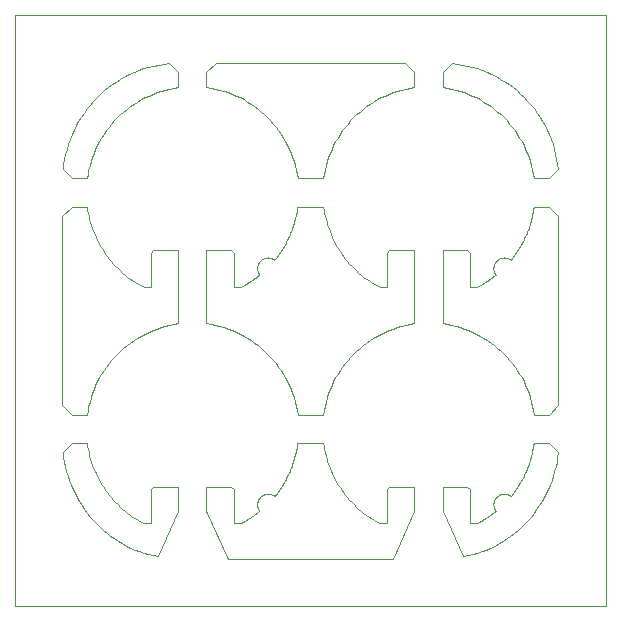
<source format=gko>
G04 #@! TF.FileFunction,Profile,NP*
%FSLAX46Y46*%
G04 Gerber Fmt 4.6, Leading zero omitted, Abs format (unit mm)*
G04 Created by KiCad (PCBNEW 4.0.7+dfsg1-1) date Fri Jun  1 01:11:19 2018*
%MOMM*%
%LPD*%
G01*
G04 APERTURE LIST*
%ADD10C,0.100000*%
%ADD11C,0.050000*%
G04 APERTURE END LIST*
D10*
D11*
X-15000118Y15000118D02*
X-15000118Y-34999930D01*
X-15000118Y-34999930D02*
X34999930Y-34999930D01*
X34999930Y-34999930D02*
X34999930Y15000118D01*
X34999930Y15000118D02*
X-15000118Y15000118D01*
X1999878Y10999845D02*
X17999935Y10999845D01*
X17999935Y10999845D02*
X18799886Y10199894D01*
X18799886Y10199894D02*
X18799886Y8916768D01*
X18799886Y8916768D02*
X18426485Y8858958D01*
X18426485Y8858958D02*
X18058319Y8786023D01*
X18058319Y8786023D02*
X17695717Y8698293D01*
X17695717Y8698293D02*
X17339011Y8596098D01*
X17339011Y8596098D02*
X16988528Y8479767D01*
X16988528Y8479767D02*
X16644599Y8349631D01*
X16644599Y8349631D02*
X16307555Y8206018D01*
X16307555Y8206018D02*
X15977723Y8049258D01*
X15977723Y8049258D02*
X15655435Y7879681D01*
X15655435Y7879681D02*
X15341019Y7697616D01*
X15341019Y7697616D02*
X15034806Y7503394D01*
X15034806Y7503394D02*
X14737125Y7297342D01*
X14737125Y7297342D02*
X14448307Y7079793D01*
X14448307Y7079793D02*
X14168680Y6851073D01*
X14168680Y6851073D02*
X13898574Y6611515D01*
X13898574Y6611515D02*
X13638319Y6361446D01*
X13638319Y6361446D02*
X13388246Y6101196D01*
X13388246Y6101196D02*
X13148682Y5831096D01*
X13148682Y5831096D02*
X12919959Y5551475D01*
X12919959Y5551475D02*
X12702406Y5262662D01*
X12702406Y5262662D02*
X12496353Y4964987D01*
X12496353Y4964987D02*
X12302129Y4658779D01*
X12302129Y4658779D02*
X12120064Y4344368D01*
X12120064Y4344368D02*
X11950488Y4022085D01*
X11950488Y4022085D02*
X11793731Y3692257D01*
X11793731Y3692257D02*
X11650122Y3355215D01*
X11650122Y3355215D02*
X11519991Y3011289D01*
X11519991Y3011289D02*
X11403667Y2660808D01*
X11403667Y2660808D02*
X11301481Y2304102D01*
X11301481Y2304102D02*
X11213762Y1941500D01*
X11213762Y1941500D02*
X11140840Y1573331D01*
X11140840Y1573331D02*
X11083044Y1199927D01*
X11083044Y1199927D02*
X8916768Y1199927D01*
X8916768Y1199927D02*
X8858972Y1573344D01*
X8858972Y1573344D02*
X8786051Y1941523D01*
X8786051Y1941523D02*
X8698334Y2304136D01*
X8698334Y2304136D02*
X8596150Y2660853D01*
X8596150Y2660853D02*
X8479830Y3011343D01*
X8479830Y3011343D02*
X8349703Y3355278D01*
X8349703Y3355278D02*
X8206098Y3692328D01*
X8206098Y3692328D02*
X8049346Y4022163D01*
X8049346Y4022163D02*
X7879775Y4344454D01*
X7879775Y4344454D02*
X7697716Y4658870D01*
X7697716Y4658870D02*
X7503497Y4965083D01*
X7503497Y4965083D02*
X7297449Y5262763D01*
X7297449Y5262763D02*
X7079902Y5551580D01*
X7079902Y5551580D02*
X6851184Y5831204D01*
X6851184Y5831204D02*
X6611626Y6101306D01*
X6611626Y6101306D02*
X6361557Y6361557D01*
X6361557Y6361557D02*
X6101306Y6611626D01*
X6101306Y6611626D02*
X5831204Y6851184D01*
X5831204Y6851184D02*
X5551580Y7079902D01*
X5551580Y7079902D02*
X5262763Y7297449D01*
X5262763Y7297449D02*
X4965084Y7503497D01*
X4965084Y7503497D02*
X4658871Y7697715D01*
X4658871Y7697715D02*
X4344454Y7879775D01*
X4344454Y7879775D02*
X4022163Y8049346D01*
X4022163Y8049346D02*
X3692328Y8206098D01*
X3692328Y8206098D02*
X3355279Y8349703D01*
X3355279Y8349703D02*
X3011344Y8479830D01*
X3011344Y8479830D02*
X2660853Y8596150D01*
X2660853Y8596150D02*
X2304136Y8698334D01*
X2304136Y8698334D02*
X1941523Y8786051D01*
X1941523Y8786051D02*
X1573344Y8858972D01*
X1573344Y8858972D02*
X1199927Y8916768D01*
X1199927Y8916768D02*
X1199927Y10199894D01*
X1199927Y10199894D02*
X1999878Y10999845D01*
X-1976107Y10951785D02*
X-1199927Y10194725D01*
X-1199927Y10194725D02*
X-1199927Y8916767D01*
X-1199927Y8916767D02*
X-1573344Y8858971D01*
X-1573344Y8858971D02*
X-1941523Y8786050D01*
X-1941523Y8786050D02*
X-2304136Y8698333D01*
X-2304136Y8698333D02*
X-2660853Y8596149D01*
X-2660853Y8596149D02*
X-3011344Y8479829D01*
X-3011344Y8479829D02*
X-3355279Y8349702D01*
X-3355279Y8349702D02*
X-3692328Y8206097D01*
X-3692328Y8206097D02*
X-4022163Y8049345D01*
X-4022163Y8049345D02*
X-4344454Y7879774D01*
X-4344454Y7879774D02*
X-4658871Y7697715D01*
X-4658871Y7697715D02*
X-4965084Y7503496D01*
X-4965084Y7503496D02*
X-5262763Y7297448D01*
X-5262763Y7297448D02*
X-5551580Y7079901D01*
X-5551580Y7079901D02*
X-5831204Y6851183D01*
X-5831204Y6851183D02*
X-6101306Y6611625D01*
X-6101306Y6611625D02*
X-6361557Y6361556D01*
X-6361557Y6361556D02*
X-6611626Y6101305D01*
X-6611626Y6101305D02*
X-6851184Y5831203D01*
X-6851184Y5831203D02*
X-7079902Y5551579D01*
X-7079902Y5551579D02*
X-7297449Y5262762D01*
X-7297449Y5262762D02*
X-7503497Y4965083D01*
X-7503497Y4965083D02*
X-7697716Y4658870D01*
X-7697716Y4658870D02*
X-7879775Y4344453D01*
X-7879775Y4344453D02*
X-8049346Y4022162D01*
X-8049346Y4022162D02*
X-8206098Y3692327D01*
X-8206098Y3692327D02*
X-8349703Y3355278D01*
X-8349703Y3355278D02*
X-8479830Y3011343D01*
X-8479830Y3011343D02*
X-8596150Y2660852D01*
X-8596150Y2660852D02*
X-8698334Y2304135D01*
X-8698334Y2304135D02*
X-8786051Y1941522D01*
X-8786051Y1941522D02*
X-8858972Y1573343D01*
X-8858972Y1573343D02*
X-8916768Y1199926D01*
X-8916768Y1199926D02*
X-10199894Y1199926D01*
X-10199894Y1199926D02*
X-10954887Y1954918D01*
X-10954887Y1954918D02*
X-10903269Y2398859D01*
X-10903269Y2398859D02*
X-10832629Y2836543D01*
X-10832629Y2836543D02*
X-10743390Y3267547D01*
X-10743390Y3267547D02*
X-10635977Y3691446D01*
X-10635977Y3691446D02*
X-10510818Y4107814D01*
X-10510818Y4107814D02*
X-10368335Y4516228D01*
X-10368335Y4516228D02*
X-10208954Y4916263D01*
X-10208954Y4916263D02*
X-10033101Y5307494D01*
X-10033101Y5307494D02*
X-9841200Y5689497D01*
X-9841200Y5689497D02*
X-9633677Y6061846D01*
X-9633677Y6061846D02*
X-9410957Y6424118D01*
X-9410957Y6424118D02*
X-9173464Y6775887D01*
X-9173464Y6775887D02*
X-8921624Y7116729D01*
X-8921624Y7116729D02*
X-8655863Y7446219D01*
X-8655863Y7446219D02*
X-8376604Y7763933D01*
X-8376604Y7763933D02*
X-8084273Y8069445D01*
X-8084273Y8069445D02*
X-7779296Y8362332D01*
X-7779296Y8362332D02*
X-7462098Y8642169D01*
X-7462098Y8642169D02*
X-7133102Y8908530D01*
X-7133102Y8908530D02*
X-6792736Y9160992D01*
X-6792736Y9160992D02*
X-6441423Y9399130D01*
X-6441423Y9399130D02*
X-6079589Y9622518D01*
X-6079589Y9622518D02*
X-5707659Y9830733D01*
X-5707659Y9830733D02*
X-5326058Y10023350D01*
X-5326058Y10023350D02*
X-4935211Y10199943D01*
X-4935211Y10199943D02*
X-4535543Y10360089D01*
X-4535543Y10360089D02*
X-4127480Y10503363D01*
X-4127480Y10503363D02*
X-3711446Y10629340D01*
X-3711446Y10629340D02*
X-3287866Y10737595D01*
X-3287866Y10737595D02*
X-2857167Y10827704D01*
X-2857167Y10827704D02*
X-2419772Y10899242D01*
X-2419772Y10899242D02*
X-1976107Y10951785D01*
X-1976107Y10951785D02*
X-1976107Y10951785D01*
X21976436Y10951785D02*
X22420070Y10899223D01*
X22420070Y10899223D02*
X22857436Y10827666D01*
X22857436Y10827666D02*
X23288110Y10737538D01*
X23288110Y10737538D02*
X23711666Y10629264D01*
X23711666Y10629264D02*
X24127678Y10503270D01*
X24127678Y10503270D02*
X24535723Y10359979D01*
X24535723Y10359979D02*
X24935374Y10199817D01*
X24935374Y10199817D02*
X25326207Y10023208D01*
X25326207Y10023208D02*
X25707796Y9830577D01*
X25707796Y9830577D02*
X26079716Y9622349D01*
X26079716Y9622349D02*
X26441543Y9398948D01*
X26441543Y9398948D02*
X26792850Y9160799D01*
X26792850Y9160799D02*
X27133212Y8908328D01*
X27133212Y8908328D02*
X27462206Y8641958D01*
X27462206Y8641958D02*
X27779404Y8362115D01*
X27779404Y8362115D02*
X28084383Y8069223D01*
X28084383Y8069223D02*
X28376717Y7763707D01*
X28376717Y7763707D02*
X28655981Y7445992D01*
X28655981Y7445992D02*
X28921749Y7116502D01*
X28921749Y7116502D02*
X29173597Y6775662D01*
X29173597Y6775662D02*
X29411099Y6423898D01*
X29411099Y6423898D02*
X29633831Y6061633D01*
X29633831Y6061633D02*
X29841366Y5689293D01*
X29841366Y5689293D02*
X30033281Y5307302D01*
X30033281Y5307302D02*
X30209149Y4916085D01*
X30209149Y4916085D02*
X30368545Y4516067D01*
X30368545Y4516067D02*
X30511045Y4107672D01*
X30511045Y4107672D02*
X30636224Y3691326D01*
X30636224Y3691326D02*
X30743655Y3267453D01*
X30743655Y3267453D02*
X30832914Y2836477D01*
X30832914Y2836477D02*
X30903576Y2398824D01*
X30903576Y2398824D02*
X30955215Y1954918D01*
X30955215Y1954918D02*
X30200224Y1199926D01*
X30200224Y1199926D02*
X28917098Y1199926D01*
X28917098Y1199926D02*
X28859304Y1573328D01*
X28859304Y1573328D02*
X28786383Y1941491D01*
X28786383Y1941491D02*
X28698665Y2304086D01*
X28698665Y2304086D02*
X28596480Y2660782D01*
X28596480Y2660782D02*
X28480157Y3011250D01*
X28480157Y3011250D02*
X28350026Y3355162D01*
X28350026Y3355162D02*
X28206416Y3692187D01*
X28206416Y3692187D02*
X28049659Y4021996D01*
X28049659Y4021996D02*
X27880082Y4344260D01*
X27880082Y4344260D02*
X27698017Y4658649D01*
X27698017Y4658649D02*
X27503792Y4964834D01*
X27503792Y4964834D02*
X27297738Y5262486D01*
X27297738Y5262486D02*
X27080184Y5551276D01*
X27080184Y5551276D02*
X26851460Y5830873D01*
X26851460Y5830873D02*
X26611896Y6100948D01*
X26611896Y6100948D02*
X26361821Y6361173D01*
X26361821Y6361173D02*
X26101566Y6611217D01*
X26101566Y6611217D02*
X25831459Y6850752D01*
X25831459Y6850752D02*
X25551831Y7079447D01*
X25551831Y7079447D02*
X25263012Y7296974D01*
X25263012Y7296974D02*
X24965330Y7503003D01*
X24965330Y7503003D02*
X24659117Y7697204D01*
X24659117Y7697204D02*
X24344701Y7879249D01*
X24344701Y7879249D02*
X24022412Y8048808D01*
X24022412Y8048808D02*
X23692580Y8205551D01*
X23692580Y8205551D02*
X23355536Y8349149D01*
X23355536Y8349149D02*
X23011608Y8479273D01*
X23011608Y8479273D02*
X22661126Y8595594D01*
X22661126Y8595594D02*
X22304420Y8697781D01*
X22304420Y8697781D02*
X21941820Y8785506D01*
X21941820Y8785506D02*
X21573655Y8858439D01*
X21573655Y8858439D02*
X21200256Y8916251D01*
X21200256Y8916251D02*
X21200256Y10195242D01*
X21200256Y10195242D02*
X21976436Y10951785D01*
X-10199894Y-1199928D02*
X-8909534Y-1199928D01*
X-8909534Y-1199928D02*
X-8869007Y-1469758D01*
X-8869007Y-1469758D02*
X-8820509Y-1737472D01*
X-8820509Y-1737472D02*
X-8764132Y-2002910D01*
X-8764132Y-2002910D02*
X-8699969Y-2265914D01*
X-8699969Y-2265914D02*
X-8628112Y-2526326D01*
X-8628112Y-2526326D02*
X-8548654Y-2783989D01*
X-8548654Y-2783989D02*
X-8461687Y-3038744D01*
X-8461687Y-3038744D02*
X-8367304Y-3290433D01*
X-8367304Y-3290433D02*
X-8265598Y-3538897D01*
X-8265598Y-3538897D02*
X-8156661Y-3783979D01*
X-8156661Y-3783979D02*
X-8040586Y-4025521D01*
X-8040586Y-4025521D02*
X-7917465Y-4263364D01*
X-7917465Y-4263364D02*
X-7787391Y-4497351D01*
X-7787391Y-4497351D02*
X-7650457Y-4727322D01*
X-7650457Y-4727322D02*
X-7506756Y-4953121D01*
X-7506756Y-4953121D02*
X-7356379Y-5174589D01*
X-7356379Y-5174589D02*
X-7199420Y-5391568D01*
X-7199420Y-5391568D02*
X-7035970Y-5603899D01*
X-7035970Y-5603899D02*
X-6866124Y-5811425D01*
X-6866124Y-5811425D02*
X-6689972Y-6013988D01*
X-6689972Y-6013988D02*
X-6507609Y-6211428D01*
X-6507609Y-6211428D02*
X-6319126Y-6403590D01*
X-6319126Y-6403590D02*
X-6124616Y-6590313D01*
X-6124616Y-6590313D02*
X-5924171Y-6771440D01*
X-5924171Y-6771440D02*
X-5717886Y-6946813D01*
X-5717886Y-6946813D02*
X-5505850Y-7116274D01*
X-5505850Y-7116274D02*
X-5288159Y-7279665D01*
X-5288159Y-7279665D02*
X-5064903Y-7436827D01*
X-5064903Y-7436827D02*
X-4836177Y-7587603D01*
X-4836177Y-7587603D02*
X-4602071Y-7731834D01*
X-4602071Y-7731834D02*
X-4362680Y-7869362D01*
X-4362680Y-7869362D02*
X-4118095Y-8000029D01*
X-4118095Y-8000029D02*
X-3500045Y-8000029D01*
X-3500045Y-8000029D02*
X-3500045Y-5099947D01*
X-3500045Y-5099947D02*
X-3300057Y-4899959D01*
X-3300057Y-4899959D02*
X-1199927Y-4899959D01*
X-1199927Y-4899959D02*
X-1199927Y-11083044D01*
X-1199927Y-11083044D02*
X-1573331Y-11140840D01*
X-1573331Y-11140840D02*
X-1941500Y-11213762D01*
X-1941500Y-11213762D02*
X-2304102Y-11301481D01*
X-2304102Y-11301481D02*
X-2660808Y-11403667D01*
X-2660808Y-11403667D02*
X-3011289Y-11519991D01*
X-3011289Y-11519991D02*
X-3355215Y-11650122D01*
X-3355215Y-11650122D02*
X-3692257Y-11793731D01*
X-3692257Y-11793731D02*
X-4022085Y-11950488D01*
X-4022085Y-11950488D02*
X-4344368Y-12120064D01*
X-4344368Y-12120064D02*
X-4658779Y-12302129D01*
X-4658779Y-12302129D02*
X-4964987Y-12496353D01*
X-4964987Y-12496353D02*
X-5262662Y-12702406D01*
X-5262662Y-12702406D02*
X-5551475Y-12919959D01*
X-5551475Y-12919959D02*
X-5831096Y-13148682D01*
X-5831096Y-13148682D02*
X-6101196Y-13388246D01*
X-6101196Y-13388246D02*
X-6361446Y-13638319D01*
X-6361446Y-13638319D02*
X-6611515Y-13898574D01*
X-6611515Y-13898574D02*
X-6851073Y-14168680D01*
X-6851073Y-14168680D02*
X-7079793Y-14448307D01*
X-7079793Y-14448307D02*
X-7297342Y-14737125D01*
X-7297342Y-14737125D02*
X-7503394Y-15034806D01*
X-7503394Y-15034806D02*
X-7697616Y-15341019D01*
X-7697616Y-15341019D02*
X-7879681Y-15655435D01*
X-7879681Y-15655435D02*
X-8049258Y-15977723D01*
X-8049258Y-15977723D02*
X-8206018Y-16307555D01*
X-8206018Y-16307555D02*
X-8349631Y-16644599D01*
X-8349631Y-16644599D02*
X-8479767Y-16988528D01*
X-8479767Y-16988528D02*
X-8596098Y-17339011D01*
X-8596098Y-17339011D02*
X-8698293Y-17695717D01*
X-8698293Y-17695717D02*
X-8786023Y-18058319D01*
X-8786023Y-18058319D02*
X-8858958Y-18426485D01*
X-8858958Y-18426485D02*
X-8916768Y-18799886D01*
X-8916768Y-18799886D02*
X-10199894Y-18799886D01*
X-10199894Y-18799886D02*
X-10999845Y-17999935D01*
X-10999845Y-17999935D02*
X-10999845Y-1999878D01*
X-10999845Y-1999878D02*
X-10199894Y-1199928D01*
X8908500Y-1199928D02*
X11090279Y-1199928D01*
X11090279Y-1199928D02*
X11130805Y-1469758D01*
X11130805Y-1469758D02*
X11179304Y-1737472D01*
X11179304Y-1737472D02*
X11235681Y-2002910D01*
X11235681Y-2002910D02*
X11299844Y-2265914D01*
X11299844Y-2265914D02*
X11371701Y-2526326D01*
X11371701Y-2526326D02*
X11451159Y-2783989D01*
X11451159Y-2783989D02*
X11538126Y-3038744D01*
X11538126Y-3038744D02*
X11632509Y-3290433D01*
X11632509Y-3290433D02*
X11734215Y-3538897D01*
X11734215Y-3538897D02*
X11843152Y-3783979D01*
X11843152Y-3783979D02*
X11959227Y-4025521D01*
X11959227Y-4025521D02*
X12082348Y-4263364D01*
X12082348Y-4263364D02*
X12212421Y-4497351D01*
X12212421Y-4497351D02*
X12349355Y-4727322D01*
X12349355Y-4727322D02*
X12493057Y-4953121D01*
X12493057Y-4953121D02*
X12643434Y-5174589D01*
X12643434Y-5174589D02*
X12800393Y-5391568D01*
X12800393Y-5391568D02*
X12963842Y-5603899D01*
X12963842Y-5603899D02*
X13133689Y-5811425D01*
X13133689Y-5811425D02*
X13309840Y-6013988D01*
X13309840Y-6013988D02*
X13492204Y-6211428D01*
X13492204Y-6211428D02*
X13680687Y-6403590D01*
X13680687Y-6403590D02*
X13875197Y-6590313D01*
X13875197Y-6590313D02*
X14075641Y-6771440D01*
X14075641Y-6771440D02*
X14281927Y-6946813D01*
X14281927Y-6946813D02*
X14493962Y-7116274D01*
X14493962Y-7116274D02*
X14711654Y-7279665D01*
X14711654Y-7279665D02*
X14934909Y-7436827D01*
X14934909Y-7436827D02*
X15163636Y-7587603D01*
X15163636Y-7587603D02*
X15397741Y-7731834D01*
X15397741Y-7731834D02*
X15637133Y-7869362D01*
X15637133Y-7869362D02*
X15881718Y-8000029D01*
X15881718Y-8000029D02*
X16499768Y-8000029D01*
X16499768Y-8000029D02*
X16499768Y-5099947D01*
X16499768Y-5099947D02*
X16699756Y-4899959D01*
X16699756Y-4899959D02*
X18799886Y-4899959D01*
X18799886Y-4899959D02*
X18799886Y-11083044D01*
X18799886Y-11083044D02*
X18426497Y-11140854D01*
X18426497Y-11140854D02*
X18058342Y-11213790D01*
X18058342Y-11213790D02*
X17695752Y-11301522D01*
X17695752Y-11301522D02*
X17339056Y-11403720D01*
X17339056Y-11403720D02*
X16988583Y-11520054D01*
X16988583Y-11520054D02*
X16644663Y-11650194D01*
X16644663Y-11650194D02*
X16307627Y-11793812D01*
X16307627Y-11793812D02*
X15977803Y-11950576D01*
X15977803Y-11950576D02*
X15655521Y-12120159D01*
X15655521Y-12120159D02*
X15341112Y-12302229D01*
X15341112Y-12302229D02*
X15034904Y-12496457D01*
X15034904Y-12496457D02*
X14737228Y-12702514D01*
X14737228Y-12702514D02*
X14448413Y-12920069D01*
X14448413Y-12920069D02*
X14168788Y-13148793D01*
X14168788Y-13148793D02*
X13898685Y-13388357D01*
X13898685Y-13388357D02*
X13638431Y-13638431D01*
X13638431Y-13638431D02*
X13388358Y-13898684D01*
X13388358Y-13898684D02*
X13148794Y-14168788D01*
X13148794Y-14168788D02*
X12920069Y-14448412D01*
X12920069Y-14448412D02*
X12702514Y-14737227D01*
X12702514Y-14737227D02*
X12496457Y-15034903D01*
X12496457Y-15034903D02*
X12302229Y-15341111D01*
X12302229Y-15341111D02*
X12120159Y-15655521D01*
X12120159Y-15655521D02*
X11950576Y-15977802D01*
X11950576Y-15977802D02*
X11793812Y-16307626D01*
X11793812Y-16307626D02*
X11650194Y-16644663D01*
X11650194Y-16644663D02*
X11520054Y-16988583D01*
X11520054Y-16988583D02*
X11403720Y-17339055D01*
X11403720Y-17339055D02*
X11301522Y-17695752D01*
X11301522Y-17695752D02*
X11213790Y-18058342D01*
X11213790Y-18058342D02*
X11140854Y-18426497D01*
X11140854Y-18426497D02*
X11083044Y-18799886D01*
X11083044Y-18799886D02*
X8916768Y-18799886D01*
X8916768Y-18799886D02*
X8858958Y-18426485D01*
X8858958Y-18426485D02*
X8786023Y-18058319D01*
X8786023Y-18058319D02*
X8698293Y-17695717D01*
X8698293Y-17695717D02*
X8596098Y-17339011D01*
X8596098Y-17339011D02*
X8479767Y-16988528D01*
X8479767Y-16988528D02*
X8349631Y-16644599D01*
X8349631Y-16644599D02*
X8206018Y-16307555D01*
X8206018Y-16307555D02*
X8049258Y-15977723D01*
X8049258Y-15977723D02*
X7879681Y-15655435D01*
X7879681Y-15655435D02*
X7697616Y-15341019D01*
X7697616Y-15341019D02*
X7503394Y-15034806D01*
X7503394Y-15034806D02*
X7297342Y-14737125D01*
X7297342Y-14737125D02*
X7079793Y-14448307D01*
X7079793Y-14448307D02*
X6851073Y-14168680D01*
X6851073Y-14168680D02*
X6611515Y-13898574D01*
X6611515Y-13898574D02*
X6361446Y-13638319D01*
X6361446Y-13638319D02*
X6101196Y-13388246D01*
X6101196Y-13388246D02*
X5831096Y-13148682D01*
X5831096Y-13148682D02*
X5551475Y-12919959D01*
X5551475Y-12919959D02*
X5262662Y-12702406D01*
X5262662Y-12702406D02*
X4964987Y-12496353D01*
X4964987Y-12496353D02*
X4658779Y-12302129D01*
X4658779Y-12302129D02*
X4344368Y-12120064D01*
X4344368Y-12120064D02*
X4022085Y-11950488D01*
X4022085Y-11950488D02*
X3692257Y-11793731D01*
X3692257Y-11793731D02*
X3355215Y-11650122D01*
X3355215Y-11650122D02*
X3011289Y-11519991D01*
X3011289Y-11519991D02*
X2660808Y-11403667D01*
X2660808Y-11403667D02*
X2304102Y-11301481D01*
X2304102Y-11301481D02*
X1941500Y-11213762D01*
X1941500Y-11213762D02*
X1573331Y-11140840D01*
X1573331Y-11140840D02*
X1199927Y-11083044D01*
X1199927Y-11083044D02*
X1199927Y-4899959D01*
X1199927Y-4899959D02*
X3300057Y-4899959D01*
X3300057Y-4899959D02*
X3500045Y-5099947D01*
X3500045Y-5099947D02*
X3500045Y-8000028D01*
X3500045Y-8000028D02*
X4082955Y-8000028D01*
X4082955Y-8000028D02*
X4136355Y-7972424D01*
X4136355Y-7972424D02*
X4189561Y-7944469D01*
X4189561Y-7944469D02*
X4242571Y-7916164D01*
X4242571Y-7916164D02*
X4295383Y-7887509D01*
X4295383Y-7887509D02*
X4347995Y-7858506D01*
X4347995Y-7858506D02*
X4400407Y-7829157D01*
X4400407Y-7829157D02*
X4452615Y-7799461D01*
X4452615Y-7799461D02*
X4504619Y-7769421D01*
X4504619Y-7769421D02*
X4556416Y-7739037D01*
X4556416Y-7739037D02*
X4608006Y-7708311D01*
X4608006Y-7708311D02*
X4659386Y-7677243D01*
X4659386Y-7677243D02*
X4710555Y-7645835D01*
X4710555Y-7645835D02*
X4761511Y-7614087D01*
X4761511Y-7614087D02*
X4812253Y-7582002D01*
X4812253Y-7582002D02*
X4862778Y-7549579D01*
X4862778Y-7549579D02*
X4913085Y-7516821D01*
X4913085Y-7516821D02*
X4963173Y-7483728D01*
X4963173Y-7483728D02*
X5013039Y-7450301D01*
X5013039Y-7450301D02*
X5062683Y-7416541D01*
X5062683Y-7416541D02*
X5112101Y-7382450D01*
X5112101Y-7382450D02*
X5161294Y-7348028D01*
X5161294Y-7348028D02*
X5210258Y-7313277D01*
X5210258Y-7313277D02*
X5258993Y-7278198D01*
X5258993Y-7278198D02*
X5307496Y-7242792D01*
X5307496Y-7242792D02*
X5355766Y-7207059D01*
X5355766Y-7207059D02*
X5403802Y-7171002D01*
X5403802Y-7171002D02*
X5451601Y-7134621D01*
X5451601Y-7134621D02*
X5499162Y-7097917D01*
X5499162Y-7097917D02*
X5546483Y-7060892D01*
X5546483Y-7060892D02*
X5593563Y-7023546D01*
X5593563Y-7023546D02*
X5640399Y-6985880D01*
X5640399Y-6985880D02*
X5686991Y-6947896D01*
X5686991Y-6947896D02*
X5663536Y-6916029D01*
X5663536Y-6916029D02*
X5641571Y-6883268D01*
X5641571Y-6883268D02*
X5621115Y-6849665D01*
X5621115Y-6849665D02*
X5602185Y-6815273D01*
X5602185Y-6815273D02*
X5584801Y-6780146D01*
X5584801Y-6780146D02*
X5568980Y-6744337D01*
X5568980Y-6744337D02*
X5554740Y-6707899D01*
X5554740Y-6707899D02*
X5542099Y-6670885D01*
X5542099Y-6670885D02*
X5531076Y-6633348D01*
X5531076Y-6633348D02*
X5521689Y-6595342D01*
X5521689Y-6595342D02*
X5513955Y-6556919D01*
X5513955Y-6556919D02*
X5507894Y-6518133D01*
X5507894Y-6518133D02*
X5503522Y-6479037D01*
X5503522Y-6479037D02*
X5500859Y-6439683D01*
X5500859Y-6439683D02*
X5499922Y-6400126D01*
X5499922Y-6400126D02*
X5501084Y-6353797D01*
X5501084Y-6353797D02*
X5504551Y-6308077D01*
X5504551Y-6308077D02*
X5510268Y-6263020D01*
X5510268Y-6263020D02*
X5518177Y-6218686D01*
X5518177Y-6218686D02*
X5528223Y-6175129D01*
X5528223Y-6175129D02*
X5540348Y-6132406D01*
X5540348Y-6132406D02*
X5554496Y-6090575D01*
X5554496Y-6090575D02*
X5570611Y-6049691D01*
X5570611Y-6049691D02*
X5588635Y-6009811D01*
X5588635Y-6009811D02*
X5608513Y-5970992D01*
X5608513Y-5970992D02*
X5630187Y-5933291D01*
X5630187Y-5933291D02*
X5653602Y-5896764D01*
X5653602Y-5896764D02*
X5678699Y-5861467D01*
X5678699Y-5861467D02*
X5705424Y-5827457D01*
X5705424Y-5827457D02*
X5733718Y-5794792D01*
X5733718Y-5794792D02*
X5763526Y-5763526D01*
X5763526Y-5763526D02*
X5794792Y-5733718D01*
X5794792Y-5733718D02*
X5827457Y-5705424D01*
X5827457Y-5705424D02*
X5861467Y-5678699D01*
X5861467Y-5678699D02*
X5896764Y-5653602D01*
X5896764Y-5653602D02*
X5933291Y-5630187D01*
X5933291Y-5630187D02*
X5970992Y-5608513D01*
X5970992Y-5608513D02*
X6009811Y-5588635D01*
X6009811Y-5588635D02*
X6049691Y-5570611D01*
X6049691Y-5570611D02*
X6090575Y-5554496D01*
X6090575Y-5554496D02*
X6132406Y-5540348D01*
X6132406Y-5540348D02*
X6175129Y-5528223D01*
X6175129Y-5528223D02*
X6218686Y-5518177D01*
X6218686Y-5518177D02*
X6263020Y-5510268D01*
X6263020Y-5510268D02*
X6308077Y-5504551D01*
X6308077Y-5504551D02*
X6353797Y-5501084D01*
X6353797Y-5501084D02*
X6400126Y-5499922D01*
X6400126Y-5499922D02*
X6439907Y-5500875D01*
X6439907Y-5500875D02*
X6479481Y-5503574D01*
X6479481Y-5503574D02*
X6518793Y-5507999D01*
X6518793Y-5507999D02*
X6557789Y-5514132D01*
X6557789Y-5514132D02*
X6596416Y-5521955D01*
X6596416Y-5521955D02*
X6634619Y-5531450D01*
X6634619Y-5531450D02*
X6672345Y-5542597D01*
X6672345Y-5542597D02*
X6709539Y-5555379D01*
X6709539Y-5555379D02*
X6746148Y-5569776D01*
X6746148Y-5569776D02*
X6782117Y-5585771D01*
X6782117Y-5585771D02*
X6817393Y-5603345D01*
X6817393Y-5603345D02*
X6851921Y-5622479D01*
X6851921Y-5622479D02*
X6885647Y-5643155D01*
X6885647Y-5643155D02*
X6918518Y-5665354D01*
X6918518Y-5665354D02*
X6950480Y-5689058D01*
X6950480Y-5689058D02*
X7048922Y-5567218D01*
X7048922Y-5567218D02*
X7145052Y-5443856D01*
X7145052Y-5443856D02*
X7238862Y-5319007D01*
X7238862Y-5319007D02*
X7330343Y-5192703D01*
X7330343Y-5192703D02*
X7419484Y-5064978D01*
X7419484Y-5064978D02*
X7506277Y-4935865D01*
X7506277Y-4935865D02*
X7590713Y-4805396D01*
X7590713Y-4805396D02*
X7672782Y-4673605D01*
X7672782Y-4673605D02*
X7752476Y-4540524D01*
X7752476Y-4540524D02*
X7829784Y-4406188D01*
X7829784Y-4406188D02*
X7904698Y-4270628D01*
X7904698Y-4270628D02*
X7977209Y-4133879D01*
X7977209Y-4133879D02*
X8047307Y-3995973D01*
X8047307Y-3995973D02*
X8114983Y-3856942D01*
X8114983Y-3856942D02*
X8180228Y-3716821D01*
X8180228Y-3716821D02*
X8243033Y-3575643D01*
X8243033Y-3575643D02*
X8303388Y-3433440D01*
X8303388Y-3433440D02*
X8361284Y-3290245D01*
X8361284Y-3290245D02*
X8416713Y-3146092D01*
X8416713Y-3146092D02*
X8469664Y-3001013D01*
X8469664Y-3001013D02*
X8520129Y-2855042D01*
X8520129Y-2855042D02*
X8568098Y-2708212D01*
X8568098Y-2708212D02*
X8613562Y-2560556D01*
X8613562Y-2560556D02*
X8656512Y-2412106D01*
X8656512Y-2412106D02*
X8696939Y-2262897D01*
X8696939Y-2262897D02*
X8734833Y-2112960D01*
X8734833Y-2112960D02*
X8770186Y-1962330D01*
X8770186Y-1962330D02*
X8802988Y-1811039D01*
X8802988Y-1811039D02*
X8833229Y-1659120D01*
X8833229Y-1659120D02*
X8860901Y-1506606D01*
X8860901Y-1506606D02*
X8885994Y-1353531D01*
X8885994Y-1353531D02*
X8908500Y-1199928D01*
X8908500Y-1199928D02*
X8908500Y-1199928D01*
X28908314Y-1199928D02*
X30200224Y-1199928D01*
X30200224Y-1199928D02*
X31000176Y-1999879D01*
X31000176Y-1999879D02*
X31000176Y-17999935D01*
X31000176Y-17999935D02*
X30200224Y-18799886D01*
X30200224Y-18799886D02*
X28916582Y-18799886D01*
X28916582Y-18799886D02*
X28858774Y-18426502D01*
X28858774Y-18426502D02*
X28785844Y-18058354D01*
X28785844Y-18058354D02*
X28698120Y-17695773D01*
X28698120Y-17695773D02*
X28595931Y-17339089D01*
X28595931Y-17339089D02*
X28479609Y-16988630D01*
X28479609Y-16988630D02*
X28349481Y-16644726D01*
X28349481Y-16644726D02*
X28205878Y-16307707D01*
X28205878Y-16307707D02*
X28049130Y-15977902D01*
X28049130Y-15977902D02*
X27879565Y-15655640D01*
X27879565Y-15655640D02*
X27697513Y-15341252D01*
X27697513Y-15341252D02*
X27503304Y-15035067D01*
X27503304Y-15035067D02*
X27297268Y-14737413D01*
X27297268Y-14737413D02*
X27079734Y-14448622D01*
X27079734Y-14448622D02*
X26851031Y-14169021D01*
X26851031Y-14169021D02*
X26611489Y-13898942D01*
X26611489Y-13898942D02*
X26361438Y-13638712D01*
X26361438Y-13638712D02*
X26101207Y-13388663D01*
X26101207Y-13388663D02*
X25831126Y-13149123D01*
X25831126Y-13149123D02*
X25551524Y-12920421D01*
X25551524Y-12920421D02*
X25262730Y-12702888D01*
X25262730Y-12702888D02*
X24965076Y-12496853D01*
X24965076Y-12496853D02*
X24658889Y-12302645D01*
X24658889Y-12302645D02*
X24344499Y-12120594D01*
X24344499Y-12120594D02*
X24022237Y-11951029D01*
X24022237Y-11951029D02*
X23692431Y-11794280D01*
X23692431Y-11794280D02*
X23355411Y-11650676D01*
X23355411Y-11650676D02*
X23011507Y-11520548D01*
X23011507Y-11520548D02*
X22661048Y-11404224D01*
X22661048Y-11404224D02*
X22304364Y-11302033D01*
X22304364Y-11302033D02*
X21941784Y-11214306D01*
X21941784Y-11214306D02*
X21573638Y-11141372D01*
X21573638Y-11141372D02*
X21200256Y-11083561D01*
X21200256Y-11083561D02*
X21200256Y-4899959D01*
X21200256Y-4899959D02*
X23299869Y-4899959D01*
X23299869Y-4899959D02*
X23499857Y-5099947D01*
X23499857Y-5099947D02*
X23499857Y-8000028D01*
X23499857Y-8000028D02*
X24082767Y-8000028D01*
X24082767Y-8000028D02*
X24136167Y-7972424D01*
X24136167Y-7972424D02*
X24189373Y-7944469D01*
X24189373Y-7944469D02*
X24242383Y-7916164D01*
X24242383Y-7916164D02*
X24295195Y-7887509D01*
X24295195Y-7887509D02*
X24347807Y-7858506D01*
X24347807Y-7858506D02*
X24400219Y-7829157D01*
X24400219Y-7829157D02*
X24452427Y-7799461D01*
X24452427Y-7799461D02*
X24504431Y-7769421D01*
X24504431Y-7769421D02*
X24556229Y-7739037D01*
X24556229Y-7739037D02*
X24607818Y-7708311D01*
X24607818Y-7708311D02*
X24659199Y-7677243D01*
X24659199Y-7677243D02*
X24710368Y-7645835D01*
X24710368Y-7645835D02*
X24761324Y-7614087D01*
X24761324Y-7614087D02*
X24812065Y-7582002D01*
X24812065Y-7582002D02*
X24862590Y-7549579D01*
X24862590Y-7549579D02*
X24912898Y-7516821D01*
X24912898Y-7516821D02*
X24962985Y-7483728D01*
X24962985Y-7483728D02*
X25012852Y-7450301D01*
X25012852Y-7450301D02*
X25062495Y-7416541D01*
X25062495Y-7416541D02*
X25111914Y-7382450D01*
X25111914Y-7382450D02*
X25161106Y-7348028D01*
X25161106Y-7348028D02*
X25210070Y-7313277D01*
X25210070Y-7313277D02*
X25258805Y-7278198D01*
X25258805Y-7278198D02*
X25307308Y-7242792D01*
X25307308Y-7242792D02*
X25355579Y-7207059D01*
X25355579Y-7207059D02*
X25403614Y-7171002D01*
X25403614Y-7171002D02*
X25451413Y-7134621D01*
X25451413Y-7134621D02*
X25498974Y-7097917D01*
X25498974Y-7097917D02*
X25546296Y-7060892D01*
X25546296Y-7060892D02*
X25593375Y-7023546D01*
X25593375Y-7023546D02*
X25640212Y-6985880D01*
X25640212Y-6985880D02*
X25686804Y-6947896D01*
X25686804Y-6947896D02*
X25663349Y-6916029D01*
X25663349Y-6916029D02*
X25641384Y-6883268D01*
X25641384Y-6883268D02*
X25620928Y-6849665D01*
X25620928Y-6849665D02*
X25601998Y-6815273D01*
X25601998Y-6815273D02*
X25584614Y-6780146D01*
X25584614Y-6780146D02*
X25568792Y-6744337D01*
X25568792Y-6744337D02*
X25554552Y-6707899D01*
X25554552Y-6707899D02*
X25541912Y-6670885D01*
X25541912Y-6670885D02*
X25530889Y-6633348D01*
X25530889Y-6633348D02*
X25521501Y-6595342D01*
X25521501Y-6595342D02*
X25513768Y-6556919D01*
X25513768Y-6556919D02*
X25507706Y-6518133D01*
X25507706Y-6518133D02*
X25503335Y-6479037D01*
X25503335Y-6479037D02*
X25500672Y-6439683D01*
X25500672Y-6439683D02*
X25499735Y-6400126D01*
X25499735Y-6400126D02*
X25500896Y-6353797D01*
X25500896Y-6353797D02*
X25504364Y-6308077D01*
X25504364Y-6308077D02*
X25510080Y-6263020D01*
X25510080Y-6263020D02*
X25517990Y-6218686D01*
X25517990Y-6218686D02*
X25528035Y-6175129D01*
X25528035Y-6175129D02*
X25540160Y-6132406D01*
X25540160Y-6132406D02*
X25554309Y-6090575D01*
X25554309Y-6090575D02*
X25570423Y-6049691D01*
X25570423Y-6049691D02*
X25588448Y-6009811D01*
X25588448Y-6009811D02*
X25608325Y-5970992D01*
X25608325Y-5970992D02*
X25630000Y-5933291D01*
X25630000Y-5933291D02*
X25653414Y-5896764D01*
X25653414Y-5896764D02*
X25678512Y-5861467D01*
X25678512Y-5861467D02*
X25705236Y-5827457D01*
X25705236Y-5827457D02*
X25733531Y-5794792D01*
X25733531Y-5794792D02*
X25763339Y-5763526D01*
X25763339Y-5763526D02*
X25794604Y-5733718D01*
X25794604Y-5733718D02*
X25827270Y-5705424D01*
X25827270Y-5705424D02*
X25861280Y-5678699D01*
X25861280Y-5678699D02*
X25896576Y-5653602D01*
X25896576Y-5653602D02*
X25933104Y-5630187D01*
X25933104Y-5630187D02*
X25970805Y-5608513D01*
X25970805Y-5608513D02*
X26009624Y-5588635D01*
X26009624Y-5588635D02*
X26049504Y-5570611D01*
X26049504Y-5570611D02*
X26090388Y-5554496D01*
X26090388Y-5554496D02*
X26132219Y-5540348D01*
X26132219Y-5540348D02*
X26174942Y-5528223D01*
X26174942Y-5528223D02*
X26218499Y-5518177D01*
X26218499Y-5518177D02*
X26262833Y-5510268D01*
X26262833Y-5510268D02*
X26307890Y-5504551D01*
X26307890Y-5504551D02*
X26353610Y-5501084D01*
X26353610Y-5501084D02*
X26399939Y-5499922D01*
X26399939Y-5499922D02*
X26439720Y-5500875D01*
X26439720Y-5500875D02*
X26479294Y-5503574D01*
X26479294Y-5503574D02*
X26518606Y-5507999D01*
X26518606Y-5507999D02*
X26557602Y-5514132D01*
X26557602Y-5514132D02*
X26596229Y-5521955D01*
X26596229Y-5521955D02*
X26634432Y-5531450D01*
X26634432Y-5531450D02*
X26672157Y-5542597D01*
X26672157Y-5542597D02*
X26709351Y-5555378D01*
X26709351Y-5555378D02*
X26745960Y-5569776D01*
X26745960Y-5569776D02*
X26781929Y-5585771D01*
X26781929Y-5585771D02*
X26817205Y-5603345D01*
X26817205Y-5603345D02*
X26851733Y-5622479D01*
X26851733Y-5622479D02*
X26885460Y-5643155D01*
X26885460Y-5643155D02*
X26918332Y-5665354D01*
X26918332Y-5665354D02*
X26950294Y-5689058D01*
X26950294Y-5689058D02*
X27048735Y-5567218D01*
X27048735Y-5567218D02*
X27144864Y-5443856D01*
X27144864Y-5443856D02*
X27238674Y-5319007D01*
X27238674Y-5319007D02*
X27330153Y-5192703D01*
X27330153Y-5192703D02*
X27419294Y-5064978D01*
X27419294Y-5064978D02*
X27506087Y-4935865D01*
X27506087Y-4935865D02*
X27590522Y-4805396D01*
X27590522Y-4805396D02*
X27672591Y-4673605D01*
X27672591Y-4673605D02*
X27752284Y-4540524D01*
X27752284Y-4540524D02*
X27829593Y-4406188D01*
X27829593Y-4406188D02*
X27904507Y-4270628D01*
X27904507Y-4270628D02*
X27977017Y-4133879D01*
X27977017Y-4133879D02*
X28047116Y-3995973D01*
X28047116Y-3995973D02*
X28114792Y-3856942D01*
X28114792Y-3856942D02*
X28180037Y-3716821D01*
X28180037Y-3716821D02*
X28242842Y-3575643D01*
X28242842Y-3575643D02*
X28303197Y-3433440D01*
X28303197Y-3433440D02*
X28361094Y-3290245D01*
X28361094Y-3290245D02*
X28416523Y-3146092D01*
X28416523Y-3146092D02*
X28469474Y-3001013D01*
X28469474Y-3001013D02*
X28519939Y-2855042D01*
X28519939Y-2855042D02*
X28567909Y-2708212D01*
X28567909Y-2708212D02*
X28613373Y-2560556D01*
X28613373Y-2560556D02*
X28656324Y-2412106D01*
X28656324Y-2412106D02*
X28696751Y-2262897D01*
X28696751Y-2262897D02*
X28734646Y-2112960D01*
X28734646Y-2112960D02*
X28769999Y-1962330D01*
X28769999Y-1962330D02*
X28802800Y-1811039D01*
X28802800Y-1811039D02*
X28833042Y-1659120D01*
X28833042Y-1659120D02*
X28860715Y-1506606D01*
X28860715Y-1506606D02*
X28885808Y-1353531D01*
X28885808Y-1353531D02*
X28908314Y-1199928D01*
X28908314Y-1199928D02*
X28908314Y-1199928D01*
X-10200411Y-21200256D02*
X-8910050Y-21200256D01*
X-8910050Y-21200256D02*
X-8869517Y-21470078D01*
X-8869517Y-21470078D02*
X-8821009Y-21737781D01*
X-8821009Y-21737781D02*
X-8764620Y-22003207D01*
X-8764620Y-22003207D02*
X-8700443Y-22266197D01*
X-8700443Y-22266197D02*
X-8628571Y-22526595D01*
X-8628571Y-22526595D02*
X-8549095Y-22784241D01*
X-8549095Y-22784241D02*
X-8462109Y-23038979D01*
X-8462109Y-23038979D02*
X-8367706Y-23290649D01*
X-8367706Y-23290649D02*
X-8265979Y-23539094D01*
X-8265979Y-23539094D02*
X-8157020Y-23784156D01*
X-8157020Y-23784156D02*
X-8040922Y-24025677D01*
X-8040922Y-24025677D02*
X-7917778Y-24263499D01*
X-7917778Y-24263499D02*
X-7787680Y-24497465D01*
X-7787680Y-24497465D02*
X-7650722Y-24727415D01*
X-7650722Y-24727415D02*
X-7506996Y-24953192D01*
X-7506996Y-24953192D02*
X-7356595Y-25174638D01*
X-7356595Y-25174638D02*
X-7199612Y-25391595D01*
X-7199612Y-25391595D02*
X-7036140Y-25603905D01*
X-7036140Y-25603905D02*
X-6866271Y-25811410D01*
X-6866271Y-25811410D02*
X-6690098Y-26013952D01*
X-6690098Y-26013952D02*
X-6507714Y-26211373D01*
X-6507714Y-26211373D02*
X-6319211Y-26403516D01*
X-6319211Y-26403516D02*
X-6124684Y-26590221D01*
X-6124684Y-26590221D02*
X-5924223Y-26771332D01*
X-5924223Y-26771332D02*
X-5717923Y-26946689D01*
X-5717923Y-26946689D02*
X-5505875Y-27116136D01*
X-5505875Y-27116136D02*
X-5288173Y-27279514D01*
X-5288173Y-27279514D02*
X-5064909Y-27436665D01*
X-5064909Y-27436665D02*
X-4836177Y-27587431D01*
X-4836177Y-27587431D02*
X-4602068Y-27731654D01*
X-4602068Y-27731654D02*
X-4362677Y-27869176D01*
X-4362677Y-27869176D02*
X-4118095Y-27999840D01*
X-4118095Y-27999840D02*
X-3500045Y-27999840D01*
X-3500045Y-27999840D02*
X-3500045Y-25099760D01*
X-3500045Y-25099760D02*
X-3300057Y-24899772D01*
X-3300057Y-24899772D02*
X-1199927Y-24899772D01*
X-1199927Y-24899772D02*
X-1199927Y-26945124D01*
X-1199927Y-26945124D02*
X-2938322Y-30812073D01*
X-2938322Y-30812073D02*
X-3338559Y-30725472D01*
X-3338559Y-30725472D02*
X-3732572Y-30623167D01*
X-3732572Y-30623167D02*
X-4120018Y-30505500D01*
X-4120018Y-30505500D02*
X-4500552Y-30372816D01*
X-4500552Y-30372816D02*
X-4873831Y-30225457D01*
X-4873831Y-30225457D02*
X-5239512Y-30063768D01*
X-5239512Y-30063768D02*
X-5597250Y-29888090D01*
X-5597250Y-29888090D02*
X-5946703Y-29698769D01*
X-5946703Y-29698769D02*
X-6287527Y-29496147D01*
X-6287527Y-29496147D02*
X-6619377Y-29280568D01*
X-6619377Y-29280568D02*
X-6941910Y-29052375D01*
X-6941910Y-29052375D02*
X-7254783Y-28811911D01*
X-7254783Y-28811911D02*
X-7557653Y-28559521D01*
X-7557653Y-28559521D02*
X-7850174Y-28295547D01*
X-7850174Y-28295547D02*
X-8132004Y-28020332D01*
X-8132004Y-28020332D02*
X-8402800Y-27734221D01*
X-8402800Y-27734221D02*
X-8662216Y-27437557D01*
X-8662216Y-27437557D02*
X-8909911Y-27130683D01*
X-8909911Y-27130683D02*
X-9145540Y-26813943D01*
X-9145540Y-26813943D02*
X-9368759Y-26487680D01*
X-9368759Y-26487680D02*
X-9579225Y-26152237D01*
X-9579225Y-26152237D02*
X-9776595Y-25807957D01*
X-9776595Y-25807957D02*
X-9960524Y-25455186D01*
X-9960524Y-25455186D02*
X-10130669Y-25094264D01*
X-10130669Y-25094264D02*
X-10286687Y-24725537D01*
X-10286687Y-24725537D02*
X-10428233Y-24349348D01*
X-10428233Y-24349348D02*
X-10554964Y-23966040D01*
X-10554964Y-23966040D02*
X-10666537Y-23575956D01*
X-10666537Y-23575956D02*
X-10762608Y-23179439D01*
X-10762608Y-23179439D02*
X-10842832Y-22776834D01*
X-10842832Y-22776834D02*
X-10906868Y-22368484D01*
X-10906868Y-22368484D02*
X-10954370Y-21954732D01*
X-10954370Y-21954732D02*
X-10200411Y-21200256D01*
X8908500Y-21200256D02*
X11089762Y-21200256D01*
X11089762Y-21200256D02*
X11130296Y-21470078D01*
X11130296Y-21470078D02*
X11178803Y-21737781D01*
X11178803Y-21737781D02*
X11235192Y-22003207D01*
X11235192Y-22003207D02*
X11299369Y-22266197D01*
X11299369Y-22266197D02*
X11371242Y-22526595D01*
X11371242Y-22526595D02*
X11450717Y-22784241D01*
X11450717Y-22784241D02*
X11537703Y-23038979D01*
X11537703Y-23038979D02*
X11632106Y-23290649D01*
X11632106Y-23290649D02*
X11733833Y-23539094D01*
X11733833Y-23539094D02*
X11842792Y-23784156D01*
X11842792Y-23784156D02*
X11958890Y-24025677D01*
X11958890Y-24025677D02*
X12082035Y-24263499D01*
X12082035Y-24263499D02*
X12212132Y-24497465D01*
X12212132Y-24497465D02*
X12349090Y-24727415D01*
X12349090Y-24727415D02*
X12492816Y-24953192D01*
X12492816Y-24953192D02*
X12643217Y-25174638D01*
X12643217Y-25174638D02*
X12800200Y-25391595D01*
X12800200Y-25391595D02*
X12963673Y-25603905D01*
X12963673Y-25603905D02*
X13133542Y-25811410D01*
X13133542Y-25811410D02*
X13309715Y-26013952D01*
X13309715Y-26013952D02*
X13492099Y-26211373D01*
X13492099Y-26211373D02*
X13680601Y-26403516D01*
X13680601Y-26403516D02*
X13875129Y-26590221D01*
X13875129Y-26590221D02*
X14075590Y-26771332D01*
X14075590Y-26771332D02*
X14281890Y-26946689D01*
X14281890Y-26946689D02*
X14493938Y-27116136D01*
X14493938Y-27116136D02*
X14711640Y-27279514D01*
X14711640Y-27279514D02*
X14934903Y-27436665D01*
X14934903Y-27436665D02*
X15163636Y-27587431D01*
X15163636Y-27587431D02*
X15397744Y-27731654D01*
X15397744Y-27731654D02*
X15637136Y-27869176D01*
X15637136Y-27869176D02*
X15881718Y-27999840D01*
X15881718Y-27999840D02*
X16499768Y-27999840D01*
X16499768Y-27999840D02*
X16499768Y-25099760D01*
X16499768Y-25099760D02*
X16699756Y-24899772D01*
X16699756Y-24899772D02*
X18799886Y-24899772D01*
X18799886Y-24899772D02*
X18799886Y-26950294D01*
X18799886Y-26950294D02*
X16999996Y-31000176D01*
X16999996Y-31000176D02*
X2999817Y-31000176D01*
X2999817Y-31000176D02*
X1199927Y-26950294D01*
X1199927Y-26950294D02*
X1199927Y-24899772D01*
X1199927Y-24899772D02*
X3300057Y-24899772D01*
X3300057Y-24899772D02*
X3500045Y-25099760D01*
X3500045Y-25099760D02*
X3500045Y-27999840D01*
X3500045Y-27999840D02*
X4082955Y-27999840D01*
X4082955Y-27999840D02*
X4136355Y-27972236D01*
X4136355Y-27972236D02*
X4189561Y-27944281D01*
X4189561Y-27944281D02*
X4242571Y-27915976D01*
X4242571Y-27915976D02*
X4295383Y-27887321D01*
X4295383Y-27887321D02*
X4347995Y-27858318D01*
X4347995Y-27858318D02*
X4400407Y-27828969D01*
X4400407Y-27828969D02*
X4452615Y-27799274D01*
X4452615Y-27799274D02*
X4504619Y-27769233D01*
X4504619Y-27769233D02*
X4556416Y-27738850D01*
X4556416Y-27738850D02*
X4608006Y-27708123D01*
X4608006Y-27708123D02*
X4659386Y-27677056D01*
X4659386Y-27677056D02*
X4710555Y-27645648D01*
X4710555Y-27645648D02*
X4761511Y-27613900D01*
X4761511Y-27613900D02*
X4812253Y-27581815D01*
X4812253Y-27581815D02*
X4862778Y-27549392D01*
X4862778Y-27549392D02*
X4913085Y-27516634D01*
X4913085Y-27516634D02*
X4963173Y-27483541D01*
X4963173Y-27483541D02*
X5013039Y-27450114D01*
X5013039Y-27450114D02*
X5062683Y-27416354D01*
X5062683Y-27416354D02*
X5112101Y-27382263D01*
X5112101Y-27382263D02*
X5161294Y-27347841D01*
X5161294Y-27347841D02*
X5210258Y-27313090D01*
X5210258Y-27313090D02*
X5258993Y-27278011D01*
X5258993Y-27278011D02*
X5307496Y-27242605D01*
X5307496Y-27242605D02*
X5355766Y-27206872D01*
X5355766Y-27206872D02*
X5403802Y-27170815D01*
X5403802Y-27170815D02*
X5451601Y-27134434D01*
X5451601Y-27134434D02*
X5499162Y-27097730D01*
X5499162Y-27097730D02*
X5546483Y-27060704D01*
X5546483Y-27060704D02*
X5593563Y-27023358D01*
X5593563Y-27023358D02*
X5640399Y-26985693D01*
X5640399Y-26985693D02*
X5686991Y-26947709D01*
X5686991Y-26947709D02*
X5663536Y-26915842D01*
X5663536Y-26915842D02*
X5641571Y-26883081D01*
X5641571Y-26883081D02*
X5621115Y-26849477D01*
X5621115Y-26849477D02*
X5602185Y-26815086D01*
X5602185Y-26815086D02*
X5584801Y-26779959D01*
X5584801Y-26779959D02*
X5568980Y-26744150D01*
X5568980Y-26744150D02*
X5554740Y-26707712D01*
X5554740Y-26707712D02*
X5542099Y-26670698D01*
X5542099Y-26670698D02*
X5531076Y-26633161D01*
X5531076Y-26633161D02*
X5521689Y-26595155D01*
X5521689Y-26595155D02*
X5513955Y-26556732D01*
X5513955Y-26556732D02*
X5507894Y-26517946D01*
X5507894Y-26517946D02*
X5503522Y-26478850D01*
X5503522Y-26478850D02*
X5500859Y-26439496D01*
X5500859Y-26439496D02*
X5499922Y-26399939D01*
X5499922Y-26399939D02*
X5501084Y-26353610D01*
X5501084Y-26353610D02*
X5504551Y-26307889D01*
X5504551Y-26307889D02*
X5510268Y-26262833D01*
X5510268Y-26262833D02*
X5518177Y-26218498D01*
X5518177Y-26218498D02*
X5528223Y-26174941D01*
X5528223Y-26174941D02*
X5540348Y-26132219D01*
X5540348Y-26132219D02*
X5554496Y-26090387D01*
X5554496Y-26090387D02*
X5570611Y-26049503D01*
X5570611Y-26049503D02*
X5588635Y-26009624D01*
X5588635Y-26009624D02*
X5608513Y-25970805D01*
X5608513Y-25970805D02*
X5630187Y-25933104D01*
X5630187Y-25933104D02*
X5653602Y-25896576D01*
X5653602Y-25896576D02*
X5678699Y-25861279D01*
X5678699Y-25861279D02*
X5705424Y-25827270D01*
X5705424Y-25827270D02*
X5733718Y-25794604D01*
X5733718Y-25794604D02*
X5763526Y-25763339D01*
X5763526Y-25763339D02*
X5794792Y-25733531D01*
X5794792Y-25733531D02*
X5827457Y-25705236D01*
X5827457Y-25705236D02*
X5861467Y-25678512D01*
X5861467Y-25678512D02*
X5896764Y-25653414D01*
X5896764Y-25653414D02*
X5933291Y-25630000D01*
X5933291Y-25630000D02*
X5970992Y-25608326D01*
X5970992Y-25608326D02*
X6009811Y-25588448D01*
X6009811Y-25588448D02*
X6049691Y-25570424D01*
X6049691Y-25570424D02*
X6090575Y-25554309D01*
X6090575Y-25554309D02*
X6132406Y-25540161D01*
X6132406Y-25540161D02*
X6175129Y-25528036D01*
X6175129Y-25528036D02*
X6218686Y-25517990D01*
X6218686Y-25517990D02*
X6263020Y-25510080D01*
X6263020Y-25510080D02*
X6308077Y-25504364D01*
X6308077Y-25504364D02*
X6353797Y-25500896D01*
X6353797Y-25500896D02*
X6400126Y-25499735D01*
X6400126Y-25499735D02*
X6439907Y-25500688D01*
X6439907Y-25500688D02*
X6479481Y-25503386D01*
X6479481Y-25503386D02*
X6518793Y-25507811D01*
X6518793Y-25507811D02*
X6557789Y-25513944D01*
X6557789Y-25513944D02*
X6596416Y-25521767D01*
X6596416Y-25521767D02*
X6634619Y-25531261D01*
X6634619Y-25531261D02*
X6672345Y-25542409D01*
X6672345Y-25542409D02*
X6709539Y-25555190D01*
X6709539Y-25555190D02*
X6746148Y-25569587D01*
X6746148Y-25569587D02*
X6782117Y-25585582D01*
X6782117Y-25585582D02*
X6817393Y-25603156D01*
X6817393Y-25603156D02*
X6851921Y-25622290D01*
X6851921Y-25622290D02*
X6885647Y-25642966D01*
X6885647Y-25642966D02*
X6918518Y-25665166D01*
X6918518Y-25665166D02*
X6950480Y-25688871D01*
X6950480Y-25688871D02*
X7048912Y-25567043D01*
X7048912Y-25567043D02*
X7145034Y-25443694D01*
X7145034Y-25443694D02*
X7238835Y-25318859D01*
X7238835Y-25318859D02*
X7330308Y-25192569D01*
X7330308Y-25192569D02*
X7419443Y-25064858D01*
X7419443Y-25064858D02*
X7506231Y-24935758D01*
X7506231Y-24935758D02*
X7590661Y-24805304D01*
X7590661Y-24805304D02*
X7672726Y-24673528D01*
X7672726Y-24673528D02*
X7752416Y-24540463D01*
X7752416Y-24540463D02*
X7829722Y-24406142D01*
X7829722Y-24406142D02*
X7904634Y-24270598D01*
X7904634Y-24270598D02*
X7977143Y-24133864D01*
X7977143Y-24133864D02*
X8047240Y-23995974D01*
X8047240Y-23995974D02*
X8114916Y-23856960D01*
X8114916Y-23856960D02*
X8180161Y-23716856D01*
X8180161Y-23716856D02*
X8242966Y-23575694D01*
X8242966Y-23575694D02*
X8303322Y-23433507D01*
X8303322Y-23433507D02*
X8361220Y-23290330D01*
X8361220Y-23290330D02*
X8416651Y-23146193D01*
X8416651Y-23146193D02*
X8469605Y-23001132D01*
X8469605Y-23001132D02*
X8520073Y-22855178D01*
X8520073Y-22855178D02*
X8568045Y-22708366D01*
X8568045Y-22708366D02*
X8613513Y-22560727D01*
X8613513Y-22560727D02*
X8656468Y-22412295D01*
X8656468Y-22412295D02*
X8696899Y-22263103D01*
X8696899Y-22263103D02*
X8734798Y-22113184D01*
X8734798Y-22113184D02*
X8770156Y-21962571D01*
X8770156Y-21962571D02*
X8802963Y-21811297D01*
X8802963Y-21811297D02*
X8833210Y-21659396D01*
X8833210Y-21659396D02*
X8860888Y-21506900D01*
X8860888Y-21506900D02*
X8885988Y-21353842D01*
X8885988Y-21353842D02*
X8908500Y-21200256D01*
X8908500Y-21200256D02*
X8908500Y-21200256D01*
X28908314Y-21200256D02*
X30200740Y-21200256D01*
X30200740Y-21200256D02*
X30954699Y-21954732D01*
X30954699Y-21954732D02*
X30907198Y-22368482D01*
X30907198Y-22368482D02*
X30843163Y-22776830D01*
X30843163Y-22776830D02*
X30762940Y-23179433D01*
X30762940Y-23179433D02*
X30666870Y-23575947D01*
X30666870Y-23575947D02*
X30555299Y-23966030D01*
X30555299Y-23966030D02*
X30428569Y-24349337D01*
X30428569Y-24349337D02*
X30287024Y-24725525D01*
X30287024Y-24725525D02*
X30131008Y-25094250D01*
X30131008Y-25094250D02*
X29960865Y-25455170D01*
X29960865Y-25455170D02*
X29776937Y-25807941D01*
X29776937Y-25807941D02*
X29579569Y-26152219D01*
X29579569Y-26152219D02*
X29369105Y-26487661D01*
X29369105Y-26487661D02*
X29145887Y-26813924D01*
X29145887Y-26813924D02*
X28910259Y-27130664D01*
X28910259Y-27130664D02*
X28662566Y-27437538D01*
X28662566Y-27437538D02*
X28403150Y-27734202D01*
X28403150Y-27734202D02*
X28132356Y-28020312D01*
X28132356Y-28020312D02*
X27850526Y-28295527D01*
X27850526Y-28295527D02*
X27558005Y-28559501D01*
X27558005Y-28559501D02*
X27255136Y-28811892D01*
X27255136Y-28811892D02*
X26942263Y-29052356D01*
X26942263Y-29052356D02*
X26619730Y-29280550D01*
X26619730Y-29280550D02*
X26287879Y-29496130D01*
X26287879Y-29496130D02*
X25947055Y-29698753D01*
X25947055Y-29698753D02*
X25597601Y-29888076D01*
X25597601Y-29888076D02*
X25239860Y-30063755D01*
X25239860Y-30063755D02*
X24874177Y-30225446D01*
X24874177Y-30225446D02*
X24500896Y-30372807D01*
X24500896Y-30372807D02*
X24120358Y-30505493D01*
X24120358Y-30505493D02*
X23732910Y-30623162D01*
X23732910Y-30623162D02*
X23338893Y-30725470D01*
X23338893Y-30725470D02*
X22938651Y-30812073D01*
X22938651Y-30812073D02*
X21200256Y-26946159D01*
X21200256Y-26946159D02*
X21200256Y-24899772D01*
X21200256Y-24899772D02*
X23299869Y-24899772D01*
X23299869Y-24899772D02*
X23499857Y-25099760D01*
X23499857Y-25099760D02*
X23499857Y-27999840D01*
X23499857Y-27999840D02*
X24082767Y-27999840D01*
X24082767Y-27999840D02*
X24136167Y-27972236D01*
X24136167Y-27972236D02*
X24189373Y-27944281D01*
X24189373Y-27944281D02*
X24242383Y-27915976D01*
X24242383Y-27915976D02*
X24295195Y-27887321D01*
X24295195Y-27887321D02*
X24347807Y-27858318D01*
X24347807Y-27858318D02*
X24400219Y-27828969D01*
X24400219Y-27828969D02*
X24452427Y-27799274D01*
X24452427Y-27799274D02*
X24504431Y-27769233D01*
X24504431Y-27769233D02*
X24556229Y-27738850D01*
X24556229Y-27738850D02*
X24607818Y-27708123D01*
X24607818Y-27708123D02*
X24659199Y-27677056D01*
X24659199Y-27677056D02*
X24710368Y-27645648D01*
X24710368Y-27645648D02*
X24761324Y-27613900D01*
X24761324Y-27613900D02*
X24812065Y-27581815D01*
X24812065Y-27581815D02*
X24862590Y-27549392D01*
X24862590Y-27549392D02*
X24912898Y-27516634D01*
X24912898Y-27516634D02*
X24962985Y-27483541D01*
X24962985Y-27483541D02*
X25012852Y-27450114D01*
X25012852Y-27450114D02*
X25062495Y-27416354D01*
X25062495Y-27416354D02*
X25111914Y-27382263D01*
X25111914Y-27382263D02*
X25161106Y-27347841D01*
X25161106Y-27347841D02*
X25210070Y-27313090D01*
X25210070Y-27313090D02*
X25258805Y-27278011D01*
X25258805Y-27278011D02*
X25307308Y-27242605D01*
X25307308Y-27242605D02*
X25355579Y-27206872D01*
X25355579Y-27206872D02*
X25403614Y-27170815D01*
X25403614Y-27170815D02*
X25451413Y-27134434D01*
X25451413Y-27134434D02*
X25498974Y-27097730D01*
X25498974Y-27097730D02*
X25546296Y-27060704D01*
X25546296Y-27060704D02*
X25593375Y-27023358D01*
X25593375Y-27023358D02*
X25640212Y-26985693D01*
X25640212Y-26985693D02*
X25686804Y-26947709D01*
X25686804Y-26947709D02*
X25663349Y-26915842D01*
X25663349Y-26915842D02*
X25641384Y-26883081D01*
X25641384Y-26883081D02*
X25620928Y-26849477D01*
X25620928Y-26849477D02*
X25601998Y-26815086D01*
X25601998Y-26815086D02*
X25584614Y-26779959D01*
X25584614Y-26779959D02*
X25568792Y-26744150D01*
X25568792Y-26744150D02*
X25554552Y-26707712D01*
X25554552Y-26707712D02*
X25541912Y-26670698D01*
X25541912Y-26670698D02*
X25530889Y-26633161D01*
X25530889Y-26633161D02*
X25521501Y-26595155D01*
X25521501Y-26595155D02*
X25513768Y-26556732D01*
X25513768Y-26556732D02*
X25507706Y-26517946D01*
X25507706Y-26517946D02*
X25503335Y-26478850D01*
X25503335Y-26478850D02*
X25500672Y-26439496D01*
X25500672Y-26439496D02*
X25499735Y-26399939D01*
X25499735Y-26399939D02*
X25500896Y-26353610D01*
X25500896Y-26353610D02*
X25504364Y-26307889D01*
X25504364Y-26307889D02*
X25510080Y-26262833D01*
X25510080Y-26262833D02*
X25517990Y-26218498D01*
X25517990Y-26218498D02*
X25528035Y-26174941D01*
X25528035Y-26174941D02*
X25540160Y-26132219D01*
X25540160Y-26132219D02*
X25554309Y-26090387D01*
X25554309Y-26090387D02*
X25570423Y-26049503D01*
X25570423Y-26049503D02*
X25588448Y-26009624D01*
X25588448Y-26009624D02*
X25608325Y-25970805D01*
X25608325Y-25970805D02*
X25630000Y-25933104D01*
X25630000Y-25933104D02*
X25653414Y-25896576D01*
X25653414Y-25896576D02*
X25678512Y-25861279D01*
X25678512Y-25861279D02*
X25705236Y-25827270D01*
X25705236Y-25827270D02*
X25733531Y-25794604D01*
X25733531Y-25794604D02*
X25763339Y-25763339D01*
X25763339Y-25763339D02*
X25794604Y-25733531D01*
X25794604Y-25733531D02*
X25827270Y-25705236D01*
X25827270Y-25705236D02*
X25861280Y-25678512D01*
X25861280Y-25678512D02*
X25896576Y-25653414D01*
X25896576Y-25653414D02*
X25933104Y-25630000D01*
X25933104Y-25630000D02*
X25970805Y-25608326D01*
X25970805Y-25608326D02*
X26009624Y-25588448D01*
X26009624Y-25588448D02*
X26049504Y-25570424D01*
X26049504Y-25570424D02*
X26090388Y-25554309D01*
X26090388Y-25554309D02*
X26132219Y-25540161D01*
X26132219Y-25540161D02*
X26174942Y-25528036D01*
X26174942Y-25528036D02*
X26218499Y-25517990D01*
X26218499Y-25517990D02*
X26262833Y-25510080D01*
X26262833Y-25510080D02*
X26307890Y-25504364D01*
X26307890Y-25504364D02*
X26353610Y-25500896D01*
X26353610Y-25500896D02*
X26399939Y-25499735D01*
X26399939Y-25499735D02*
X26439720Y-25500688D01*
X26439720Y-25500688D02*
X26479294Y-25503386D01*
X26479294Y-25503386D02*
X26518606Y-25507811D01*
X26518606Y-25507811D02*
X26557602Y-25513944D01*
X26557602Y-25513944D02*
X26596229Y-25521767D01*
X26596229Y-25521767D02*
X26634432Y-25531261D01*
X26634432Y-25531261D02*
X26672157Y-25542409D01*
X26672157Y-25542409D02*
X26709351Y-25555190D01*
X26709351Y-25555190D02*
X26745960Y-25569587D01*
X26745960Y-25569587D02*
X26781929Y-25585582D01*
X26781929Y-25585582D02*
X26817205Y-25603156D01*
X26817205Y-25603156D02*
X26851733Y-25622290D01*
X26851733Y-25622290D02*
X26885460Y-25642966D01*
X26885460Y-25642966D02*
X26918332Y-25665166D01*
X26918332Y-25665166D02*
X26950294Y-25688871D01*
X26950294Y-25688871D02*
X27048725Y-25567043D01*
X27048725Y-25567043D02*
X27144846Y-25443694D01*
X27144846Y-25443694D02*
X27238647Y-25318859D01*
X27238647Y-25318859D02*
X27330119Y-25192569D01*
X27330119Y-25192569D02*
X27419254Y-25064858D01*
X27419254Y-25064858D02*
X27506041Y-24935758D01*
X27506041Y-24935758D02*
X27590471Y-24805304D01*
X27590471Y-24805304D02*
X27672536Y-24673528D01*
X27672536Y-24673528D02*
X27752225Y-24540463D01*
X27752225Y-24540463D02*
X27829531Y-24406142D01*
X27829531Y-24406142D02*
X27904443Y-24270598D01*
X27904443Y-24270598D02*
X27976952Y-24133864D01*
X27976952Y-24133864D02*
X28047049Y-23995974D01*
X28047049Y-23995974D02*
X28114725Y-23856960D01*
X28114725Y-23856960D02*
X28179970Y-23716856D01*
X28179970Y-23716856D02*
X28242776Y-23575694D01*
X28242776Y-23575694D02*
X28303132Y-23433507D01*
X28303132Y-23433507D02*
X28361030Y-23290330D01*
X28361030Y-23290330D02*
X28416461Y-23146193D01*
X28416461Y-23146193D02*
X28469415Y-23001132D01*
X28469415Y-23001132D02*
X28519883Y-22855178D01*
X28519883Y-22855178D02*
X28567856Y-22708366D01*
X28567856Y-22708366D02*
X28613325Y-22560727D01*
X28613325Y-22560727D02*
X28656279Y-22412295D01*
X28656279Y-22412295D02*
X28696711Y-22263103D01*
X28696711Y-22263103D02*
X28734611Y-22113184D01*
X28734611Y-22113184D02*
X28769969Y-21962571D01*
X28769969Y-21962571D02*
X28802776Y-21811297D01*
X28802776Y-21811297D02*
X28833024Y-21659396D01*
X28833024Y-21659396D02*
X28860702Y-21506900D01*
X28860702Y-21506900D02*
X28885802Y-21353842D01*
X28885802Y-21353842D02*
X28908314Y-21200256D01*
X28908314Y-21200256D02*
X28908314Y-21200256D01*
M02*

</source>
